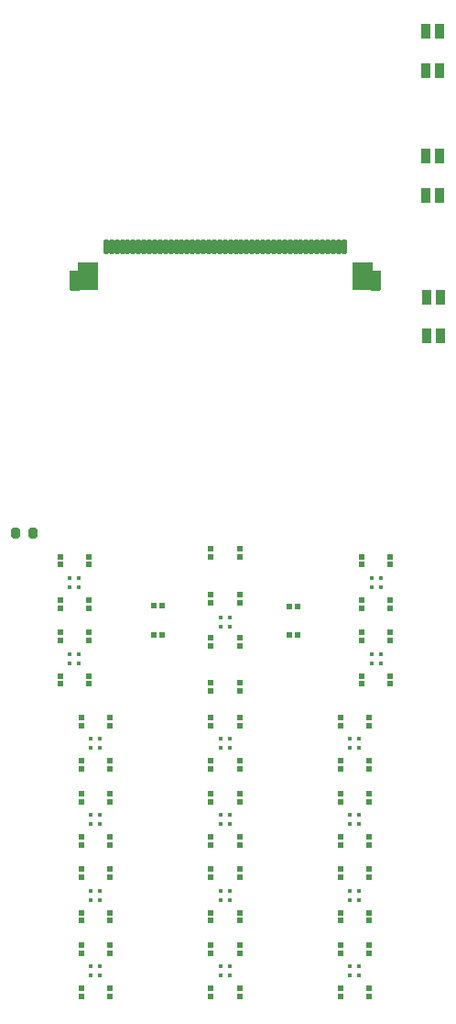
<source format=gts>
%TF.GenerationSoftware,KiCad,Pcbnew,9.0.2-9.0.2-0~ubuntu25.04.1*%
%TF.CreationDate,2025-05-27T06:32:49+10:00*%
%TF.ProjectId,front_board,66726f6e-745f-4626-9f61-72642e6b6963,rev?*%
%TF.SameCoordinates,Original*%
%TF.FileFunction,Soldermask,Top*%
%TF.FilePolarity,Negative*%
%FSLAX46Y46*%
G04 Gerber Fmt 4.6, Leading zero omitted, Abs format (unit mm)*
G04 Created by KiCad (PCBNEW 9.0.2-9.0.2-0~ubuntu25.04.1) date 2025-05-27 06:32:49*
%MOMM*%
%LPD*%
G01*
G04 APERTURE LIST*
G04 Aperture macros list*
%AMRoundRect*
0 Rectangle with rounded corners*
0 $1 Rounding radius*
0 $2 $3 $4 $5 $6 $7 $8 $9 X,Y pos of 4 corners*
0 Add a 4 corners polygon primitive as box body*
4,1,4,$2,$3,$4,$5,$6,$7,$8,$9,$2,$3,0*
0 Add four circle primitives for the rounded corners*
1,1,$1+$1,$2,$3*
1,1,$1+$1,$4,$5*
1,1,$1+$1,$6,$7*
1,1,$1+$1,$8,$9*
0 Add four rect primitives between the rounded corners*
20,1,$1+$1,$2,$3,$4,$5,0*
20,1,$1+$1,$4,$5,$6,$7,0*
20,1,$1+$1,$6,$7,$8,$9,0*
20,1,$1+$1,$8,$9,$2,$3,0*%
%AMFreePoly0*
4,1,32,0.859954,1.282520,0.897008,1.231520,0.902000,1.200000,0.902000,-1.200000,0.882520,-1.259954,0.831520,-1.297008,0.800000,-1.302000,-0.749600,-1.302000,-0.751983,-1.303214,-0.760963,-1.306934,-0.800000,-1.314700,-1.600000,-1.314700,-1.639037,-1.306934,-1.648017,-1.303214,-1.695951,-1.262272,-1.703214,-1.248017,-1.706934,-1.239037,-1.714700,-1.200000,-1.714700,0.400000,-1.706934,0.439037,
-1.703214,0.448017,-1.662272,0.495951,-1.648017,0.503214,-1.639037,0.506934,-1.600000,0.514700,-0.902000,0.514700,-0.902000,1.200000,-0.882520,1.259954,-0.831520,1.297008,-0.800000,1.302000,0.800000,1.302000,0.859954,1.282520,0.859954,1.282520,$1*%
%AMFreePoly1*
4,1,32,0.859954,1.282520,0.897008,1.231520,0.902000,1.200000,0.902000,0.514700,1.600000,0.514700,1.639037,0.506934,1.648017,0.503214,1.695951,0.462272,1.703214,0.448017,1.706934,0.439037,1.714700,0.400000,1.714700,-1.200000,1.706934,-1.239037,1.703214,-1.248017,1.662272,-1.295951,1.648017,-1.303214,1.639037,-1.306934,1.600000,-1.314700,0.800000,-1.314700,0.760963,-1.306934,
0.751983,-1.303214,0.750562,-1.302000,-0.800000,-1.302000,-0.859954,-1.282520,-0.897008,-1.231520,-0.902000,-1.200000,-0.902000,1.200000,-0.882520,1.259954,-0.831520,1.297008,-0.800000,1.302000,0.800000,1.302000,0.859954,1.282520,0.859954,1.282520,$1*%
G04 Aperture macros list end*
%ADD10C,0.025400*%
%ADD11R,0.450000X0.450000*%
%ADD12R,0.550000X0.550000*%
%ADD13R,0.900000X1.400000*%
%ADD14RoundRect,0.200000X0.200000X0.275000X-0.200000X0.275000X-0.200000X-0.275000X0.200000X-0.275000X0*%
%ADD15RoundRect,0.080000X-0.150000X-0.600000X0.150000X-0.600000X0.150000X0.600000X-0.150000X0.600000X0*%
%ADD16FreePoly0,0.000000*%
%ADD17FreePoly1,0.000000*%
G04 APERTURE END LIST*
D10*
%TO.C,J9*%
X66750000Y-82051600D02*
X65950000Y-82051600D01*
X65950000Y-80451600D01*
X66750000Y-80451600D01*
X66750000Y-82051600D01*
G36*
X66750000Y-82051600D02*
G01*
X65950000Y-82051600D01*
X65950000Y-80451600D01*
X66750000Y-80451600D01*
X66750000Y-82051600D01*
G37*
X94550000Y-82050000D02*
X93750000Y-82050000D01*
X93750000Y-80450000D01*
X94550000Y-80450000D01*
X94550000Y-82050000D01*
G36*
X94550000Y-82050000D02*
G01*
X93750000Y-82050000D01*
X93750000Y-80450000D01*
X94550000Y-80450000D01*
X94550000Y-82050000D01*
G37*
%TD*%
D11*
%TO.C,LED9*%
X80687500Y-130530000D03*
X80687500Y-131380000D03*
X79837500Y-130530000D03*
X79837500Y-131380000D03*
%TD*%
D12*
%TO.C,SW40*%
X65000000Y-117700000D03*
X67650000Y-117700000D03*
X65000000Y-118450000D03*
X67650000Y-118450000D03*
%TD*%
%TO.C,SW24*%
X90900000Y-125550000D03*
X93550000Y-125550000D03*
X90900000Y-126300000D03*
X93550000Y-126300000D03*
%TD*%
D13*
%TO.C,SW44*%
X100125000Y-61850000D03*
X100125000Y-58250000D03*
X98825000Y-61850000D03*
X98825000Y-58250000D03*
%TD*%
D12*
%TO.C,SW18*%
X90900000Y-132550000D03*
X93550000Y-132550000D03*
X90900000Y-133300000D03*
X93550000Y-133300000D03*
%TD*%
D11*
%TO.C,LED8*%
X80687500Y-123530000D03*
X80687500Y-124380000D03*
X79837500Y-123530000D03*
X79837500Y-124380000D03*
%TD*%
D12*
%TO.C,SW6*%
X90900000Y-146550000D03*
X93550000Y-146550000D03*
X90900000Y-147300000D03*
X93550000Y-147300000D03*
%TD*%
%TO.C,SW4*%
X78950000Y-146550000D03*
X81600000Y-146550000D03*
X78950000Y-147300000D03*
X81600000Y-147300000D03*
%TD*%
%TO.C,SW41*%
X92900000Y-113700000D03*
X95550000Y-113700000D03*
X92900000Y-114450000D03*
X95550000Y-114450000D03*
%TD*%
%TO.C,SW39*%
X65000000Y-113700000D03*
X67650000Y-113700000D03*
X65000000Y-114450000D03*
X67650000Y-114450000D03*
%TD*%
%TO.C,SW15*%
X78950000Y-128550000D03*
X81600000Y-128550000D03*
X78950000Y-129300000D03*
X81600000Y-129300000D03*
%TD*%
D14*
%TO.C,R23*%
X62500000Y-104550000D03*
X60850000Y-104550000D03*
%TD*%
D12*
%TO.C,SW35*%
X65000000Y-106700000D03*
X67650000Y-106700000D03*
X65000000Y-107450000D03*
X67650000Y-107450000D03*
%TD*%
%TO.C,SW22*%
X78950000Y-125550000D03*
X81600000Y-125550000D03*
X78950000Y-126300000D03*
X81600000Y-126300000D03*
%TD*%
D11*
%TO.C,LED11*%
X80687500Y-144512500D03*
X80687500Y-145362500D03*
X79837500Y-144512500D03*
X79837500Y-145362500D03*
%TD*%
D12*
%TO.C,SW19*%
X66950000Y-121550000D03*
X69600000Y-121550000D03*
X66950000Y-122300000D03*
X69600000Y-122300000D03*
%TD*%
D13*
%TO.C,SW43*%
X100125000Y-73350000D03*
X100125000Y-69750000D03*
X98825000Y-73350000D03*
X98825000Y-69750000D03*
%TD*%
D12*
%TO.C,SW1*%
X66950000Y-142550000D03*
X69600000Y-142550000D03*
X66950000Y-143300000D03*
X69600000Y-143300000D03*
%TD*%
D11*
%TO.C,LED14*%
X92637500Y-123530000D03*
X92637500Y-124380000D03*
X91787500Y-123530000D03*
X91787500Y-124380000D03*
%TD*%
%TO.C,LED17*%
X92637500Y-144530000D03*
X92637500Y-145380000D03*
X91787500Y-144530000D03*
X91787500Y-145380000D03*
%TD*%
D12*
%TO.C,SW8*%
X66950000Y-139550000D03*
X69600000Y-139550000D03*
X66950000Y-140300000D03*
X69600000Y-140300000D03*
%TD*%
D11*
%TO.C,LED16*%
X92637500Y-137530000D03*
X92637500Y-138380000D03*
X91787500Y-137530000D03*
X91787500Y-138380000D03*
%TD*%
D12*
%TO.C,SW31*%
X78950000Y-118350000D03*
X81600000Y-118350000D03*
X78950000Y-119100000D03*
X81600000Y-119100000D03*
%TD*%
D11*
%TO.C,LED2*%
X66737500Y-115680000D03*
X66737500Y-116530000D03*
X65887500Y-115680000D03*
X65887500Y-116530000D03*
%TD*%
%TO.C,LED1*%
X66737500Y-108680000D03*
X66737500Y-109530000D03*
X65887500Y-108680000D03*
X65887500Y-109530000D03*
%TD*%
%TO.C,LED13*%
X94637500Y-115680000D03*
X94637500Y-116530000D03*
X93787500Y-115680000D03*
X93787500Y-116530000D03*
%TD*%
D12*
%TO.C,SW9*%
X78950000Y-135550000D03*
X81600000Y-135550000D03*
X78950000Y-136300000D03*
X81600000Y-136300000D03*
%TD*%
%TO.C,SW5*%
X90900000Y-142550000D03*
X93550000Y-142550000D03*
X90900000Y-143300000D03*
X93550000Y-143300000D03*
%TD*%
%TO.C,SW36*%
X65000000Y-110700000D03*
X67650000Y-110700000D03*
X65000000Y-111450000D03*
X67650000Y-111450000D03*
%TD*%
%TO.C,SW16*%
X78950000Y-132550000D03*
X81600000Y-132550000D03*
X78950000Y-133300000D03*
X81600000Y-133300000D03*
%TD*%
%TO.C,SW23*%
X90900000Y-121550000D03*
X93550000Y-121550000D03*
X90900000Y-122300000D03*
X93550000Y-122300000D03*
%TD*%
%TO.C,SW42*%
X92900000Y-117700000D03*
X95550000Y-117700000D03*
X92900000Y-118450000D03*
X95550000Y-118450000D03*
%TD*%
%TO.C,SW37*%
X92900000Y-106700000D03*
X95550000Y-106700000D03*
X92900000Y-107450000D03*
X95550000Y-107450000D03*
%TD*%
D11*
%TO.C,LED15*%
X92637500Y-130530000D03*
X92637500Y-131380000D03*
X91787500Y-130530000D03*
X91787500Y-131380000D03*
%TD*%
D12*
%TO.C,SW34*%
X78950000Y-114200000D03*
X81600000Y-114200000D03*
X78950000Y-114950000D03*
X81600000Y-114950000D03*
%TD*%
D11*
%TO.C,LED12*%
X94637500Y-108680000D03*
X94637500Y-109530000D03*
X93787500Y-108680000D03*
X93787500Y-109530000D03*
%TD*%
D15*
%TO.C,J9*%
X91250000Y-78152010D03*
X90750000Y-78152010D03*
X90250000Y-78152010D03*
X89750020Y-78152010D03*
X89250020Y-78152010D03*
X88750020Y-78152010D03*
X88250020Y-78152010D03*
X87750020Y-78152010D03*
X87250020Y-78152010D03*
X86750020Y-78152010D03*
X86250020Y-78152010D03*
X85750020Y-78152010D03*
X85250020Y-78152010D03*
X84750020Y-78152010D03*
X84250020Y-78152010D03*
X83750020Y-78152010D03*
X83250020Y-78152010D03*
X82750020Y-78152010D03*
X82250020Y-78152010D03*
X81750020Y-78152010D03*
X81250020Y-78152010D03*
X80750022Y-78152010D03*
X80250022Y-78152010D03*
X79750022Y-78152010D03*
X79250022Y-78152010D03*
X78750020Y-78152010D03*
X78250020Y-78152010D03*
X77750020Y-78152010D03*
X77250020Y-78152010D03*
X76750020Y-78152010D03*
X76250020Y-78152010D03*
X75750020Y-78152010D03*
X75250020Y-78152010D03*
X74750020Y-78152010D03*
X74250020Y-78152010D03*
X73750020Y-78152010D03*
X73250020Y-78152010D03*
X72750020Y-78152010D03*
X72250020Y-78152010D03*
X71750020Y-78152010D03*
X71250020Y-78152010D03*
X70750020Y-78152010D03*
X70250020Y-78152010D03*
X69750000Y-78152010D03*
X69250000Y-78152010D03*
D16*
X67550000Y-80851600D03*
D17*
X92950000Y-80850000D03*
%TD*%
D12*
%TO.C,SW12*%
X90900000Y-139550000D03*
X93550000Y-139550000D03*
X90900000Y-140300000D03*
X93550000Y-140300000D03*
%TD*%
%TO.C,SW14*%
X66950000Y-132550000D03*
X69600000Y-132550000D03*
X66950000Y-133300000D03*
X69600000Y-133300000D03*
%TD*%
%TO.C,SW17*%
X90900000Y-128550000D03*
X93550000Y-128550000D03*
X90900000Y-129300000D03*
X93550000Y-129300000D03*
%TD*%
D11*
%TO.C,LED4*%
X68687500Y-130530000D03*
X68687500Y-131380000D03*
X67837500Y-130530000D03*
X67837500Y-131380000D03*
%TD*%
D12*
%TO.C,SW20*%
X66950000Y-125550000D03*
X69600000Y-125550000D03*
X66950000Y-126300000D03*
X69600000Y-126300000D03*
%TD*%
%TO.C,SW38*%
X92900000Y-110700000D03*
X95550000Y-110700000D03*
X92900000Y-111450000D03*
X95550000Y-111450000D03*
%TD*%
%TO.C,SW29*%
X86950000Y-111300000D03*
X86950000Y-113950000D03*
X86200000Y-111300000D03*
X86200000Y-113950000D03*
%TD*%
D11*
%TO.C,LED7*%
X80687500Y-112312500D03*
X80687500Y-113162500D03*
X79837500Y-112312500D03*
X79837500Y-113162500D03*
%TD*%
D12*
%TO.C,SW21*%
X78950000Y-121550000D03*
X81600000Y-121550000D03*
X78950000Y-122300000D03*
X81600000Y-122300000D03*
%TD*%
D13*
%TO.C,SW45*%
X100175000Y-86350000D03*
X100175000Y-82750000D03*
X98875000Y-86350000D03*
X98875000Y-82750000D03*
%TD*%
D11*
%TO.C,LED6*%
X68687500Y-144512500D03*
X68687500Y-145362500D03*
X67837500Y-144512500D03*
X67837500Y-145362500D03*
%TD*%
D12*
%TO.C,SW10*%
X78950000Y-139550000D03*
X81600000Y-139550000D03*
X78950000Y-140300000D03*
X81600000Y-140300000D03*
%TD*%
%TO.C,SW13*%
X66950000Y-128550000D03*
X69600000Y-128550000D03*
X66950000Y-129300000D03*
X69600000Y-129300000D03*
%TD*%
%TO.C,SW3*%
X78950000Y-142550000D03*
X81600000Y-142550000D03*
X78950000Y-143300000D03*
X81600000Y-143300000D03*
%TD*%
D11*
%TO.C,LED5*%
X68687500Y-137530000D03*
X68687500Y-138380000D03*
X67837500Y-137530000D03*
X67837500Y-138380000D03*
%TD*%
D12*
%TO.C,SW27*%
X78950000Y-106000000D03*
X81600000Y-106000000D03*
X78950000Y-106750000D03*
X81600000Y-106750000D03*
%TD*%
%TO.C,SW2*%
X66950000Y-146550000D03*
X69600000Y-146550000D03*
X66950000Y-147300000D03*
X69600000Y-147300000D03*
%TD*%
%TO.C,SW7*%
X66950000Y-135550000D03*
X69600000Y-135550000D03*
X66950000Y-136300000D03*
X69600000Y-136300000D03*
%TD*%
%TO.C,SW11*%
X90900000Y-135550000D03*
X93550000Y-135550000D03*
X90900000Y-136300000D03*
X93550000Y-136300000D03*
%TD*%
%TO.C,SW25*%
X73650000Y-113900000D03*
X73650000Y-111250000D03*
X74400000Y-113900000D03*
X74400000Y-111250000D03*
%TD*%
D11*
%TO.C,LED10*%
X80687500Y-137530000D03*
X80687500Y-138380000D03*
X79837500Y-137530000D03*
X79837500Y-138380000D03*
%TD*%
D12*
%TO.C,SW33*%
X78950000Y-110200000D03*
X81600000Y-110200000D03*
X78950000Y-110950000D03*
X81600000Y-110950000D03*
%TD*%
D11*
%TO.C,LED3*%
X68687500Y-123530000D03*
X68687500Y-124380000D03*
X67837500Y-123530000D03*
X67837500Y-124380000D03*
%TD*%
M02*

</source>
